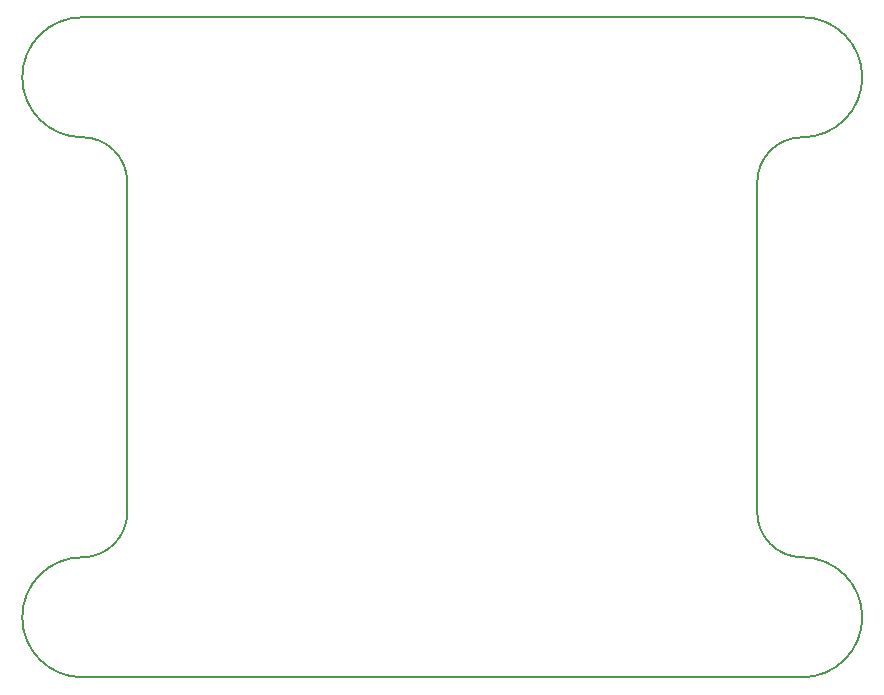
<source format=gbr>
G04 #@! TF.GenerationSoftware,KiCad,Pcbnew,(5.1.5-0)*
G04 #@! TF.CreationDate,2020-11-12T13:18:58+00:00*
G04 #@! TF.ProjectId,Strummi,53747275-6d6d-4692-9e6b-696361645f70,rev?*
G04 #@! TF.SameCoordinates,Original*
G04 #@! TF.FileFunction,Profile,NP*
%FSLAX46Y46*%
G04 Gerber Fmt 4.6, Leading zero omitted, Abs format (unit mm)*
G04 Created by KiCad (PCBNEW (5.1.5-0)) date 2020-11-12 13:18:58*
%MOMM*%
%LPD*%
G04 APERTURE LIST*
%ADD10C,0.200000*%
G04 APERTURE END LIST*
D10*
X163830000Y-100330000D02*
X163830000Y-128270000D01*
X172720000Y-137160000D02*
G75*
G03X167640000Y-132080000I-5080000J0D01*
G01*
X163830000Y-128270000D02*
G75*
G03X167640000Y-132080000I3810000J0D01*
G01*
X167640000Y-86360000D02*
X162560000Y-86360000D01*
X162560000Y-142240000D02*
X167640000Y-142240000D01*
X163830000Y-100330000D02*
G75*
G02X167640000Y-96520000I3810000J0D01*
G01*
X110490000Y-100330000D02*
X110490000Y-128270000D01*
X110490000Y-128270000D02*
G75*
G02X106680000Y-132080000I-3810000J0D01*
G01*
X106680000Y-96520000D02*
G75*
G02X110490000Y-100330000I0J-3810000D01*
G01*
X172720000Y-91440000D02*
G75*
G02X167640000Y-96520000I-5080000J0D01*
G01*
X101600000Y-137160000D02*
G75*
G02X106680000Y-132080000I5080000J0D01*
G01*
X106680000Y-96520000D02*
G75*
G02X101600000Y-91440000I0J5080000D01*
G01*
X106680000Y-142240000D02*
X162560000Y-142240000D01*
X106680000Y-86360000D02*
X162560000Y-86360000D01*
X172720000Y-137160000D02*
G75*
G02X167640000Y-142240000I-5080000J0D01*
G01*
X106680000Y-142240000D02*
G75*
G02X101600000Y-137160000I0J5080000D01*
G01*
X101600000Y-91440000D02*
G75*
G02X106680000Y-86360000I5080000J0D01*
G01*
X167640000Y-86360000D02*
G75*
G02X172720000Y-91440000I0J-5080000D01*
G01*
M02*

</source>
